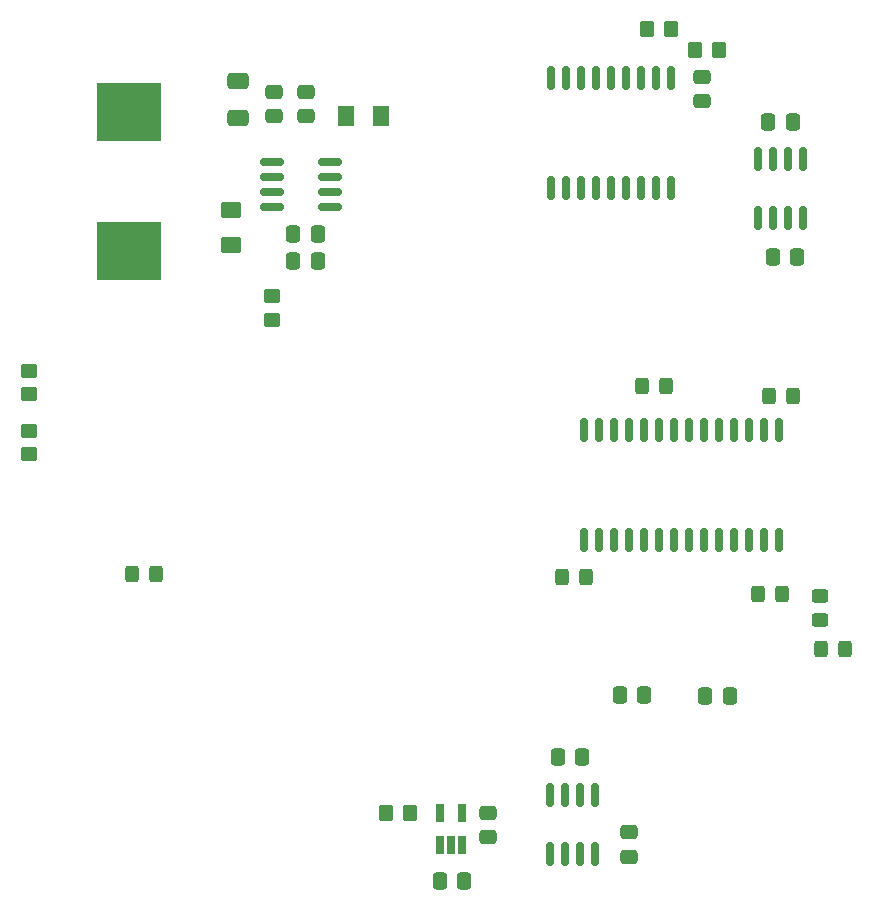
<source format=gbp>
G04 #@! TF.GenerationSoftware,KiCad,Pcbnew,(6.0.1)*
G04 #@! TF.CreationDate,2022-05-22T14:08:20-04:00*
G04 #@! TF.ProjectId,payload2020_papa_board,7061796c-6f61-4643-9230-32305f706170,rev?*
G04 #@! TF.SameCoordinates,Original*
G04 #@! TF.FileFunction,Paste,Bot*
G04 #@! TF.FilePolarity,Positive*
%FSLAX46Y46*%
G04 Gerber Fmt 4.6, Leading zero omitted, Abs format (unit mm)*
G04 Created by KiCad (PCBNEW (6.0.1)) date 2022-05-22 14:08:20*
%MOMM*%
%LPD*%
G01*
G04 APERTURE LIST*
G04 Aperture macros list*
%AMRoundRect*
0 Rectangle with rounded corners*
0 $1 Rounding radius*
0 $2 $3 $4 $5 $6 $7 $8 $9 X,Y pos of 4 corners*
0 Add a 4 corners polygon primitive as box body*
4,1,4,$2,$3,$4,$5,$6,$7,$8,$9,$2,$3,0*
0 Add four circle primitives for the rounded corners*
1,1,$1+$1,$2,$3*
1,1,$1+$1,$4,$5*
1,1,$1+$1,$6,$7*
1,1,$1+$1,$8,$9*
0 Add four rect primitives between the rounded corners*
20,1,$1+$1,$2,$3,$4,$5,0*
20,1,$1+$1,$4,$5,$6,$7,0*
20,1,$1+$1,$6,$7,$8,$9,0*
20,1,$1+$1,$8,$9,$2,$3,0*%
G04 Aperture macros list end*
%ADD10RoundRect,0.250000X-0.337500X-0.475000X0.337500X-0.475000X0.337500X0.475000X-0.337500X0.475000X0*%
%ADD11RoundRect,0.250000X0.337500X0.475000X-0.337500X0.475000X-0.337500X-0.475000X0.337500X-0.475000X0*%
%ADD12RoundRect,0.150000X-0.150000X0.825000X-0.150000X-0.825000X0.150000X-0.825000X0.150000X0.825000X0*%
%ADD13RoundRect,0.250001X-0.624999X0.462499X-0.624999X-0.462499X0.624999X-0.462499X0.624999X0.462499X0*%
%ADD14R,5.400000X4.900000*%
%ADD15RoundRect,0.250000X0.475000X-0.337500X0.475000X0.337500X-0.475000X0.337500X-0.475000X-0.337500X0*%
%ADD16RoundRect,0.150000X-0.825000X-0.150000X0.825000X-0.150000X0.825000X0.150000X-0.825000X0.150000X0*%
%ADD17RoundRect,0.250000X-0.475000X0.337500X-0.475000X-0.337500X0.475000X-0.337500X0.475000X0.337500X0*%
%ADD18R,0.650000X1.560000*%
%ADD19RoundRect,0.150000X0.150000X-0.875000X0.150000X0.875000X-0.150000X0.875000X-0.150000X-0.875000X0*%
%ADD20RoundRect,0.249999X0.350001X0.450001X-0.350001X0.450001X-0.350001X-0.450001X0.350001X-0.450001X0*%
%ADD21RoundRect,0.150000X0.150000X-0.825000X0.150000X0.825000X-0.150000X0.825000X-0.150000X-0.825000X0*%
%ADD22RoundRect,0.250000X0.325000X0.450000X-0.325000X0.450000X-0.325000X-0.450000X0.325000X-0.450000X0*%
%ADD23RoundRect,0.250000X-0.325000X-0.450000X0.325000X-0.450000X0.325000X0.450000X-0.325000X0.450000X0*%
%ADD24RoundRect,0.250000X-0.450000X0.325000X-0.450000X-0.325000X0.450000X-0.325000X0.450000X0.325000X0*%
%ADD25RoundRect,0.250000X-0.650000X0.412500X-0.650000X-0.412500X0.650000X-0.412500X0.650000X0.412500X0*%
%ADD26RoundRect,0.250000X0.450000X-0.350000X0.450000X0.350000X-0.450000X0.350000X-0.450000X-0.350000X0*%
%ADD27RoundRect,0.250001X0.462499X0.624999X-0.462499X0.624999X-0.462499X-0.624999X0.462499X-0.624999X0*%
%ADD28RoundRect,0.250000X0.350000X0.450000X-0.350000X0.450000X-0.350000X-0.450000X0.350000X-0.450000X0*%
G04 APERTURE END LIST*
D10*
X65913000Y-58313000D03*
X67988000Y-58313000D03*
D11*
X60731400Y-58236800D03*
X58656400Y-58236800D03*
D12*
X52793900Y-66709200D03*
X54063900Y-66709200D03*
X55333900Y-66709200D03*
X56603900Y-66709200D03*
X56603900Y-71659200D03*
X55333900Y-71659200D03*
X54063900Y-71659200D03*
X52793900Y-71659200D03*
D13*
X25728000Y-17111000D03*
X25728000Y-20086000D03*
D14*
X17130700Y-20612000D03*
X17130700Y-8812000D03*
D10*
X31028500Y-21443000D03*
X33103500Y-21443000D03*
X31007000Y-19157000D03*
X33082000Y-19157000D03*
D15*
X29411000Y-9207000D03*
X29411000Y-7132000D03*
D16*
X29210000Y-16871000D03*
X29210000Y-15601000D03*
X29210000Y-14331000D03*
X29210000Y-13061000D03*
X34160000Y-13061000D03*
X34160000Y-14331000D03*
X34160000Y-15601000D03*
X34160000Y-16871000D03*
D11*
X45509000Y-73934000D03*
X43434000Y-73934000D03*
D17*
X47488555Y-68177766D03*
X47488555Y-70252766D03*
D18*
X45334000Y-70886000D03*
X44384000Y-70886000D03*
X43434000Y-70886000D03*
X43434000Y-68186000D03*
X45334000Y-68186000D03*
D11*
X55499000Y-63443800D03*
X53424000Y-63443800D03*
D15*
X59425840Y-71919600D03*
X59425840Y-69844600D03*
D19*
X62992000Y-15287200D03*
X61722000Y-15287200D03*
X60452000Y-15287200D03*
X59182000Y-15287200D03*
X57912000Y-15287200D03*
X56642000Y-15287200D03*
X55372000Y-15287200D03*
X54102000Y-15287200D03*
X52832000Y-15287200D03*
X52832000Y-5987200D03*
X54102000Y-5987200D03*
X55372000Y-5987200D03*
X56642000Y-5987200D03*
X57912000Y-5987200D03*
X59182000Y-5987200D03*
X60452000Y-5987200D03*
X61722000Y-5987200D03*
X62992000Y-5987200D03*
D20*
X62986160Y-1853880D03*
X60986160Y-1853880D03*
D21*
X74168000Y-17811200D03*
X72898000Y-17811200D03*
X71628000Y-17811200D03*
X70358000Y-17811200D03*
X70358000Y-12861200D03*
X71628000Y-12861200D03*
X72898000Y-12861200D03*
X74168000Y-12861200D03*
D17*
X65656460Y-5859460D03*
X65656460Y-7934460D03*
D10*
X71242100Y-9689780D03*
X73317100Y-9689780D03*
X71607000Y-21136800D03*
X73682000Y-21136800D03*
D22*
X72412000Y-49635600D03*
X70362000Y-49635600D03*
X62596280Y-32079120D03*
X60546280Y-32079120D03*
D23*
X53801200Y-48213200D03*
X55851200Y-48213200D03*
D22*
X73377200Y-32871600D03*
X71327200Y-32871600D03*
X77733000Y-54356000D03*
X75683000Y-54356000D03*
D24*
X75612400Y-49829800D03*
X75612400Y-51879800D03*
D19*
X72122440Y-45075560D03*
X70852440Y-45075560D03*
X69582440Y-45075560D03*
X68312440Y-45075560D03*
X67042440Y-45075560D03*
X65772440Y-45075560D03*
X64502440Y-45075560D03*
X63232440Y-45075560D03*
X61962440Y-45075560D03*
X60692440Y-45075560D03*
X59422440Y-45075560D03*
X58152440Y-45075560D03*
X56882440Y-45075560D03*
X55612440Y-45075560D03*
X55612440Y-35775560D03*
X56882440Y-35775560D03*
X58152440Y-35775560D03*
X59422440Y-35775560D03*
X60692440Y-35775560D03*
X61962440Y-35775560D03*
X63232440Y-35775560D03*
X64502440Y-35775560D03*
X65772440Y-35775560D03*
X67042440Y-35775560D03*
X68312440Y-35775560D03*
X69582440Y-35775560D03*
X70852440Y-35775560D03*
X72122440Y-35775560D03*
D25*
X26363000Y-6204500D03*
X26363000Y-9329500D03*
D26*
X8658000Y-32754000D03*
X8658000Y-30754000D03*
X8658000Y-37834000D03*
X8658000Y-35834000D03*
D15*
X32078000Y-9207000D03*
X32078000Y-7132000D03*
D27*
X38482000Y-9164000D03*
X35507000Y-9164000D03*
D26*
X29217315Y-26457302D03*
X29217315Y-24457302D03*
D28*
X40882717Y-68193844D03*
X38882717Y-68193844D03*
X67046000Y-3560000D03*
X65046000Y-3560000D03*
D23*
X17375000Y-48000000D03*
X19425000Y-48000000D03*
M02*

</source>
